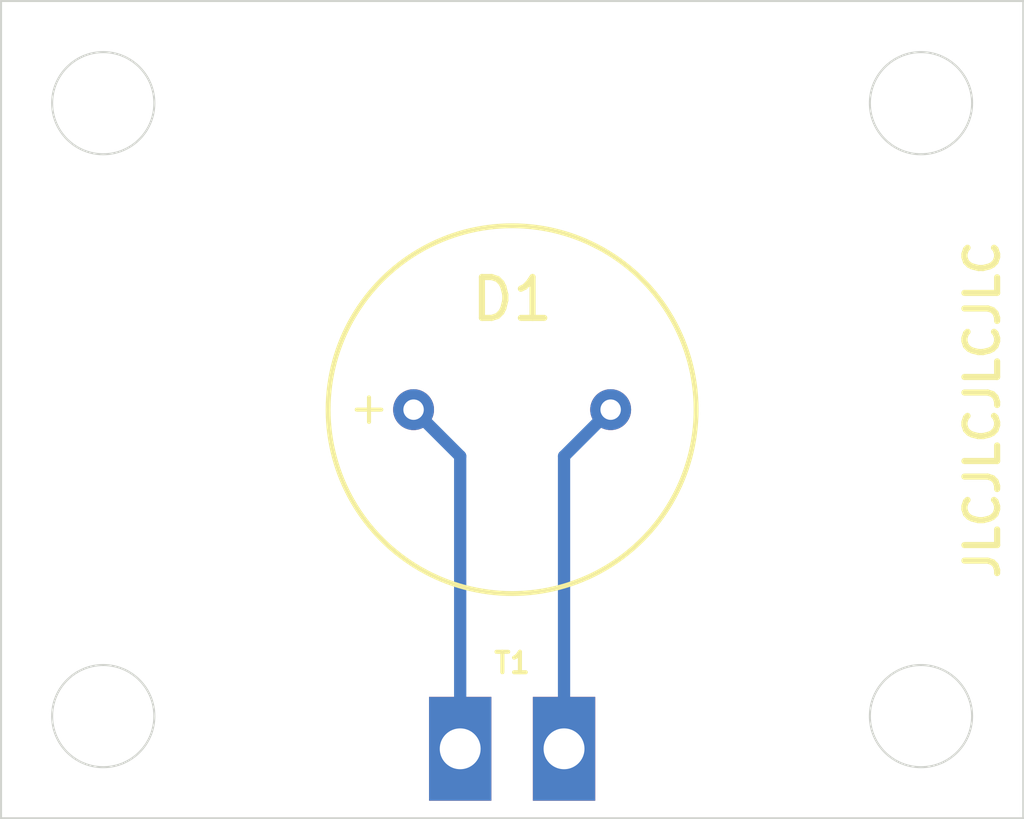
<source format=kicad_pcb>
(kicad_pcb (version 20171130) (host pcbnew "(5.1.6)-1")

  (general
    (thickness 1.6)
    (drawings 9)
    (tracks 4)
    (zones 0)
    (modules 2)
    (nets 3)
  )

  (page A4)
  (layers
    (0 F.Cu signal)
    (31 B.Cu signal)
    (32 B.Adhes user)
    (33 F.Adhes user)
    (34 B.Paste user)
    (35 F.Paste user)
    (36 B.SilkS user)
    (37 F.SilkS user)
    (38 B.Mask user)
    (39 F.Mask user)
    (40 Dwgs.User user)
    (41 Cmts.User user)
    (42 Eco1.User user)
    (43 Eco2.User user)
    (44 Edge.Cuts user)
    (45 Margin user)
    (46 B.CrtYd user)
    (47 F.CrtYd user)
    (48 B.Fab user)
    (49 F.Fab user)
  )

  (setup
    (last_trace_width 0.25)
    (user_trace_width 0.3)
    (trace_clearance 0.2)
    (zone_clearance 0.508)
    (zone_45_only no)
    (trace_min 0.2)
    (via_size 0.8)
    (via_drill 0.4)
    (via_min_size 0.4)
    (via_min_drill 0.3)
    (uvia_size 0.3)
    (uvia_drill 0.1)
    (uvias_allowed no)
    (uvia_min_size 0.2)
    (uvia_min_drill 0.1)
    (edge_width 0.05)
    (segment_width 0.2)
    (pcb_text_width 0.3)
    (pcb_text_size 1.5 1.5)
    (mod_edge_width 0.12)
    (mod_text_size 1 1)
    (mod_text_width 0.15)
    (pad_size 1.524 1.524)
    (pad_drill 0.762)
    (pad_to_mask_clearance 0.05)
    (aux_axis_origin 0 0)
    (visible_elements 7FFFFFFF)
    (pcbplotparams
      (layerselection 0x010fc_ffffffff)
      (usegerberextensions false)
      (usegerberattributes true)
      (usegerberadvancedattributes true)
      (creategerberjobfile true)
      (excludeedgelayer true)
      (linewidth 0.100000)
      (plotframeref false)
      (viasonmask false)
      (mode 1)
      (useauxorigin false)
      (hpglpennumber 1)
      (hpglpenspeed 20)
      (hpglpendiameter 15.000000)
      (psnegative false)
      (psa4output false)
      (plotreference true)
      (plotvalue true)
      (plotinvisibletext false)
      (padsonsilk false)
      (subtractmaskfromsilk false)
      (outputformat 1)
      (mirror false)
      (drillshape 0)
      (scaleselection 1)
      (outputdirectory "Gerber/"))
  )

  (net 0 "")
  (net 1 "Net-(D1-Pad2)")
  (net 2 "Net-(D1-Pad1)")

  (net_class Default "This is the default net class."
    (clearance 0.2)
    (trace_width 0.25)
    (via_dia 0.8)
    (via_drill 0.4)
    (uvia_dia 0.3)
    (uvia_drill 0.1)
    (add_net "Net-(D1-Pad1)")
    (add_net "Net-(D1-Pad2)")
  )

  (module Mouser/RS:PWR_conn (layer F.Cu) (tedit 5F8ED53A) (tstamp 5F90A0EA)
    (at 150 108.3)
    (path /5F90474A)
    (fp_text reference T1 (at 0 -2.1) (layer F.SilkS)
      (effects (font (size 0.5 0.5) (thickness 0.1)))
    )
    (fp_text value Wire_terminal (at 0 -3.1) (layer F.Fab)
      (effects (font (size 1 1) (thickness 0.15)))
    )
    (pad 2 thru_hole rect (at -1.27 0) (size 1.524 2.54) (drill 1) (layers *.Cu *.Mask)
      (net 2 "Net-(D1-Pad1)"))
    (pad 1 thru_hole rect (at 1.27 0) (size 1.524 2.54) (drill 1) (layers *.Cu *.Mask)
      (net 1 "Net-(D1-Pad2)"))
  )

  (module Mouser/RS:OSD15-E (layer F.Cu) (tedit 5F90492C) (tstamp 5F90A0E2)
    (at 150 100)
    (path /5F8F1083)
    (fp_text reference D1 (at 0 -2.7) (layer F.SilkS)
      (effects (font (size 1 1) (thickness 0.15)))
    )
    (fp_text value D_Photo (at 0 -5.45) (layer F.Fab)
      (effects (font (size 1 1) (thickness 0.15)))
    )
    (fp_circle (center 0 0) (end 4.5 0) (layer F.SilkS) (width 0.12))
    (fp_line (start -3.5 0) (end -3.5 -0.3) (layer F.SilkS) (width 0.1))
    (fp_line (start -3.5 0.3) (end -3.5 0) (layer F.SilkS) (width 0.1))
    (fp_line (start -3.8 0) (end -3.5 0) (layer F.SilkS) (width 0.1))
    (fp_line (start -3.5 0) (end -3.2 0) (layer F.SilkS) (width 0.1))
    (pad 2 thru_hole circle (at 2.41 0) (size 1 1) (drill 0.5) (layers *.Cu *.Mask)
      (net 1 "Net-(D1-Pad2)"))
    (pad 1 thru_hole circle (at -2.41 0) (size 1 1) (drill 0.5) (layers *.Cu *.Mask)
      (net 2 "Net-(D1-Pad1)"))
  )

  (gr_text JLCJLCJLCJLC (at 161.5 100 90) (layer F.SilkS)
    (effects (font (size 0.8 0.8) (thickness 0.15)))
  )
  (gr_circle (center 140 92.5) (end 141.25 92.5) (layer Edge.Cuts) (width 0.05) (tstamp 5F90A236))
  (gr_circle (center 160 92.5) (end 161.25 92.5) (layer Edge.Cuts) (width 0.05) (tstamp 5F90A233))
  (gr_circle (center 160 107.5) (end 161.25 107.5) (layer Edge.Cuts) (width 0.05) (tstamp 5F90A230))
  (gr_circle (center 140 107.5) (end 141.25 107.5) (layer Edge.Cuts) (width 0.05))
  (gr_line (start 162.5 90) (end 162.5 110) (layer Edge.Cuts) (width 0.05) (tstamp 5F90A12F))
  (gr_line (start 137.5 110) (end 137.5 90) (layer Edge.Cuts) (width 0.05) (tstamp 5F90A12E))
  (gr_line (start 137.5 90) (end 162.5 90) (layer Edge.Cuts) (width 0.05) (tstamp 5F90A12A))
  (gr_line (start 137.5 110) (end 162.5 110) (layer Edge.Cuts) (width 0.05))

  (segment (start 151.27 101.14) (end 152.41 100) (width 0.3) (layer B.Cu) (net 1))
  (segment (start 151.27 108.3) (end 151.27 101.14) (width 0.3) (layer B.Cu) (net 1))
  (segment (start 148.73 101.14) (end 147.59 100) (width 0.3) (layer B.Cu) (net 2))
  (segment (start 148.73 108.3) (end 148.73 101.14) (width 0.3) (layer B.Cu) (net 2))

)

</source>
